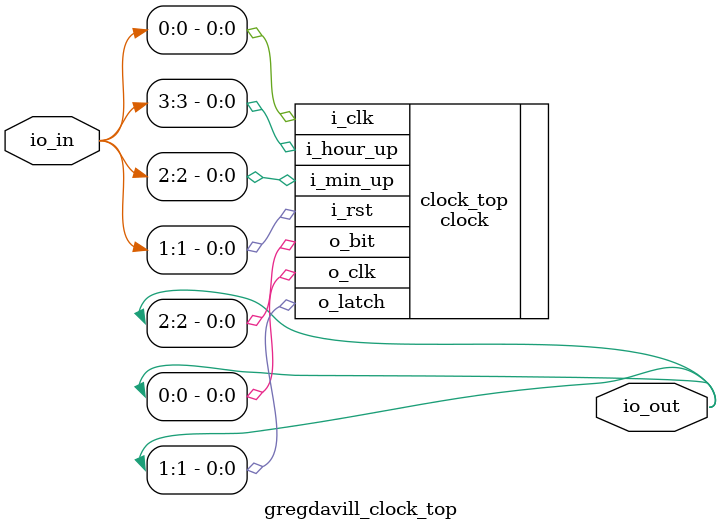
<source format=v>
`default_nettype none

module gregdavill_clock_top(
  input [7:0] io_in, 
  output [7:0] io_out
);

clock clock_top (
    .i_clk(io_in[0]),
    .i_rst(io_in[1]),
    .i_min_up(io_in[2]),
    .i_hour_up(io_in[3]),
    .o_clk(io_out[0]),
    .o_latch(io_out[1]),
    .o_bit(io_out[2])
);

endmodule
</source>
